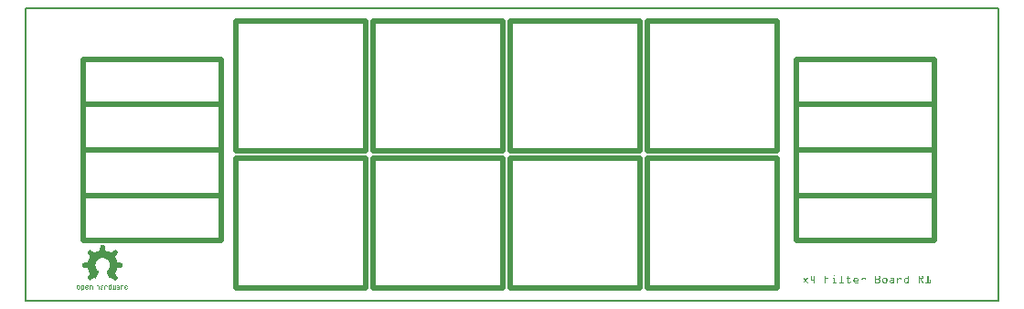
<source format=gto>
G04 MADE WITH FRITZING*
G04 WWW.FRITZING.ORG*
G04 DOUBLE SIDED*
G04 HOLES PLATED*
G04 CONTOUR ON CENTER OF CONTOUR VECTOR*
%ASAXBY*%
%FSLAX23Y23*%
%MOIN*%
%OFA0B0*%
%SFA1.0B1.0*%
%ADD10R,3.555070X1.074970X3.539070X1.058970*%
%ADD11C,0.008000*%
%ADD12C,0.019685*%
%ADD13R,0.001000X0.001000*%
%LNSILK1*%
G90*
G70*
G54D11*
X4Y1071D02*
X3551Y1071D01*
X3551Y4D01*
X4Y4D01*
X4Y1071D01*
D02*
G54D12*
X213Y884D02*
X717Y884D01*
D02*
X717Y884D02*
X717Y719D01*
D02*
X717Y719D02*
X213Y719D01*
D02*
X213Y719D02*
X213Y884D01*
D02*
X213Y719D02*
X717Y719D01*
D02*
X717Y719D02*
X717Y553D01*
D02*
X717Y553D02*
X213Y553D01*
D02*
X213Y553D02*
X213Y719D01*
D02*
X213Y553D02*
X717Y553D01*
D02*
X717Y553D02*
X717Y388D01*
D02*
X717Y388D02*
X213Y388D01*
D02*
X213Y388D02*
X213Y553D01*
D02*
X213Y388D02*
X717Y388D01*
D02*
X717Y388D02*
X717Y223D01*
D02*
X717Y223D02*
X213Y223D01*
D02*
X213Y223D02*
X213Y388D01*
D02*
X2813Y884D02*
X3317Y884D01*
D02*
X3317Y884D02*
X3317Y719D01*
D02*
X3317Y719D02*
X2813Y719D01*
D02*
X2813Y719D02*
X2813Y884D01*
D02*
X2813Y719D02*
X3317Y719D01*
D02*
X3317Y719D02*
X3317Y553D01*
D02*
X3317Y553D02*
X2813Y553D01*
D02*
X2813Y553D02*
X2813Y719D01*
D02*
X2813Y553D02*
X3317Y553D01*
D02*
X3317Y553D02*
X3317Y388D01*
D02*
X3317Y388D02*
X2813Y388D01*
D02*
X2813Y388D02*
X2813Y553D01*
D02*
X2813Y388D02*
X3317Y388D01*
D02*
X3317Y388D02*
X3317Y223D01*
D02*
X3317Y223D02*
X2813Y223D01*
D02*
X2813Y223D02*
X2813Y388D01*
D02*
X2245Y550D02*
X1772Y550D01*
D02*
X1772Y550D02*
X1772Y1022D01*
D02*
X1772Y1022D02*
X2245Y1022D01*
D02*
X2245Y1022D02*
X2245Y550D01*
D02*
X1745Y50D02*
X1272Y50D01*
D02*
X1272Y50D02*
X1272Y522D01*
D02*
X1272Y522D02*
X1745Y522D01*
D02*
X1745Y522D02*
X1745Y50D01*
D02*
X2245Y50D02*
X1772Y50D01*
D02*
X1772Y50D02*
X1772Y522D01*
D02*
X1772Y522D02*
X2245Y522D01*
D02*
X2245Y522D02*
X2245Y50D01*
D02*
X1245Y550D02*
X772Y550D01*
D02*
X772Y550D02*
X772Y1022D01*
D02*
X772Y1022D02*
X1245Y1022D01*
D02*
X1245Y1022D02*
X1245Y550D01*
D02*
X1245Y50D02*
X772Y50D01*
D02*
X772Y50D02*
X772Y522D01*
D02*
X772Y522D02*
X1245Y522D01*
D02*
X1245Y522D02*
X1245Y50D01*
D02*
X1745Y550D02*
X1272Y550D01*
D02*
X1272Y550D02*
X1272Y1022D01*
D02*
X1272Y1022D02*
X1745Y1022D01*
D02*
X1745Y1022D02*
X1745Y550D01*
D02*
X2745Y550D02*
X2272Y550D01*
D02*
X2272Y550D02*
X2272Y1022D01*
D02*
X2272Y1022D02*
X2745Y1022D01*
D02*
X2745Y1022D02*
X2745Y550D01*
D02*
X2745Y50D02*
X2272Y50D01*
D02*
X2272Y50D02*
X2272Y522D01*
D02*
X2272Y522D02*
X2745Y522D01*
D02*
X2745Y522D02*
X2745Y50D01*
G54D13*
X279Y206D02*
X291Y206D01*
X278Y205D02*
X292Y205D01*
X278Y204D02*
X292Y204D01*
X278Y203D02*
X292Y203D01*
X278Y202D02*
X292Y202D01*
X277Y201D02*
X293Y201D01*
X277Y200D02*
X293Y200D01*
X277Y199D02*
X293Y199D01*
X277Y198D02*
X293Y198D01*
X277Y197D02*
X293Y197D01*
X277Y196D02*
X294Y196D01*
X276Y195D02*
X294Y195D01*
X276Y194D02*
X294Y194D01*
X276Y193D02*
X294Y193D01*
X276Y192D02*
X294Y192D01*
X276Y191D02*
X294Y191D01*
X275Y190D02*
X295Y190D01*
X238Y189D02*
X239Y189D01*
X275Y189D02*
X295Y189D01*
X331Y189D02*
X332Y189D01*
X237Y188D02*
X240Y188D01*
X275Y188D02*
X295Y188D01*
X330Y188D02*
X333Y188D01*
X236Y187D02*
X242Y187D01*
X275Y187D02*
X295Y187D01*
X329Y187D02*
X334Y187D01*
X235Y186D02*
X243Y186D01*
X275Y186D02*
X295Y186D01*
X327Y186D02*
X335Y186D01*
X234Y185D02*
X244Y185D01*
X273Y185D02*
X297Y185D01*
X326Y185D02*
X336Y185D01*
X233Y184D02*
X246Y184D01*
X269Y184D02*
X301Y184D01*
X324Y184D02*
X337Y184D01*
X232Y183D02*
X247Y183D01*
X266Y183D02*
X304Y183D01*
X323Y183D02*
X338Y183D01*
X231Y182D02*
X249Y182D01*
X264Y182D02*
X306Y182D01*
X321Y182D02*
X339Y182D01*
X230Y181D02*
X250Y181D01*
X262Y181D02*
X309Y181D01*
X320Y181D02*
X340Y181D01*
X229Y180D02*
X252Y180D01*
X260Y180D02*
X310Y180D01*
X318Y180D02*
X341Y180D01*
X229Y179D02*
X253Y179D01*
X258Y179D02*
X312Y179D01*
X317Y179D02*
X341Y179D01*
X230Y178D02*
X340Y178D01*
X230Y177D02*
X340Y177D01*
X231Y176D02*
X339Y176D01*
X232Y175D02*
X338Y175D01*
X232Y174D02*
X338Y174D01*
X233Y173D02*
X337Y173D01*
X234Y172D02*
X336Y172D01*
X235Y171D02*
X336Y171D01*
X235Y170D02*
X335Y170D01*
X236Y169D02*
X334Y169D01*
X237Y168D02*
X334Y168D01*
X237Y167D02*
X333Y167D01*
X238Y166D02*
X332Y166D01*
X239Y165D02*
X331Y165D01*
X239Y164D02*
X331Y164D01*
X240Y163D02*
X330Y163D01*
X240Y162D02*
X330Y162D01*
X239Y161D02*
X331Y161D01*
X239Y160D02*
X331Y160D01*
X238Y159D02*
X332Y159D01*
X237Y158D02*
X278Y158D01*
X292Y158D02*
X333Y158D01*
X237Y157D02*
X275Y157D01*
X295Y157D02*
X333Y157D01*
X236Y156D02*
X273Y156D01*
X297Y156D02*
X334Y156D01*
X236Y155D02*
X271Y155D01*
X299Y155D02*
X334Y155D01*
X236Y154D02*
X269Y154D01*
X301Y154D02*
X335Y154D01*
X235Y153D02*
X268Y153D01*
X302Y153D02*
X335Y153D01*
X235Y152D02*
X267Y152D01*
X303Y152D02*
X335Y152D01*
X234Y151D02*
X266Y151D01*
X304Y151D02*
X336Y151D01*
X234Y150D02*
X265Y150D01*
X305Y150D02*
X336Y150D01*
X234Y149D02*
X264Y149D01*
X306Y149D02*
X336Y149D01*
X233Y148D02*
X263Y148D01*
X307Y148D02*
X337Y148D01*
X233Y147D02*
X263Y147D01*
X307Y147D02*
X337Y147D01*
X233Y146D02*
X262Y146D01*
X308Y146D02*
X337Y146D01*
X232Y145D02*
X262Y145D01*
X308Y145D02*
X338Y145D01*
X232Y144D02*
X261Y144D01*
X309Y144D02*
X338Y144D01*
X229Y143D02*
X261Y143D01*
X310Y143D02*
X341Y143D01*
X223Y142D02*
X260Y142D01*
X310Y142D02*
X347Y142D01*
X218Y141D02*
X260Y141D01*
X310Y141D02*
X352Y141D01*
X213Y140D02*
X259Y140D01*
X311Y140D02*
X357Y140D01*
X212Y139D02*
X259Y139D01*
X311Y139D02*
X358Y139D01*
X212Y138D02*
X259Y138D01*
X311Y138D02*
X358Y138D01*
X212Y137D02*
X259Y137D01*
X311Y137D02*
X358Y137D01*
X212Y136D02*
X259Y136D01*
X311Y136D02*
X358Y136D01*
X212Y135D02*
X258Y135D01*
X312Y135D02*
X358Y135D01*
X212Y134D02*
X258Y134D01*
X312Y134D02*
X358Y134D01*
X212Y133D02*
X258Y133D01*
X312Y133D02*
X358Y133D01*
X212Y132D02*
X258Y132D01*
X312Y132D02*
X358Y132D01*
X212Y131D02*
X258Y131D01*
X312Y131D02*
X358Y131D01*
X212Y130D02*
X259Y130D01*
X312Y130D02*
X358Y130D01*
X212Y129D02*
X259Y129D01*
X311Y129D02*
X358Y129D01*
X212Y128D02*
X259Y128D01*
X311Y128D02*
X358Y128D01*
X212Y127D02*
X259Y127D01*
X311Y127D02*
X358Y127D01*
X212Y126D02*
X259Y126D01*
X311Y126D02*
X358Y126D01*
X216Y125D02*
X260Y125D01*
X311Y125D02*
X354Y125D01*
X221Y124D02*
X260Y124D01*
X310Y124D02*
X349Y124D01*
X227Y123D02*
X260Y123D01*
X310Y123D02*
X343Y123D01*
X231Y122D02*
X261Y122D01*
X309Y122D02*
X339Y122D01*
X232Y121D02*
X261Y121D01*
X309Y121D02*
X338Y121D01*
X232Y120D02*
X262Y120D01*
X308Y120D02*
X338Y120D01*
X232Y119D02*
X262Y119D01*
X308Y119D02*
X338Y119D01*
X233Y118D02*
X263Y118D01*
X307Y118D02*
X337Y118D01*
X233Y117D02*
X264Y117D01*
X306Y117D02*
X337Y117D01*
X233Y116D02*
X264Y116D01*
X306Y116D02*
X337Y116D01*
X234Y115D02*
X265Y115D01*
X305Y115D02*
X337Y115D01*
X234Y114D02*
X266Y114D01*
X304Y114D02*
X336Y114D01*
X234Y113D02*
X267Y113D01*
X303Y113D02*
X336Y113D01*
X235Y112D02*
X269Y112D01*
X302Y112D02*
X335Y112D01*
X235Y111D02*
X270Y111D01*
X300Y111D02*
X335Y111D01*
X235Y110D02*
X271Y110D01*
X299Y110D02*
X335Y110D01*
X236Y109D02*
X270Y109D01*
X300Y109D02*
X334Y109D01*
X236Y108D02*
X270Y108D01*
X300Y108D02*
X334Y108D01*
X237Y107D02*
X270Y107D01*
X301Y107D02*
X333Y107D01*
X237Y106D02*
X269Y106D01*
X301Y106D02*
X333Y106D01*
X238Y105D02*
X269Y105D01*
X301Y105D02*
X332Y105D01*
X239Y104D02*
X268Y104D01*
X302Y104D02*
X332Y104D01*
X239Y103D02*
X268Y103D01*
X302Y103D02*
X331Y103D01*
X240Y102D02*
X267Y102D01*
X303Y102D02*
X331Y102D01*
X239Y101D02*
X267Y101D01*
X303Y101D02*
X331Y101D01*
X238Y100D02*
X267Y100D01*
X303Y100D02*
X332Y100D01*
X238Y99D02*
X266Y99D01*
X304Y99D02*
X333Y99D01*
X237Y98D02*
X266Y98D01*
X304Y98D02*
X333Y98D01*
X236Y97D02*
X265Y97D01*
X305Y97D02*
X334Y97D01*
X235Y96D02*
X265Y96D01*
X305Y96D02*
X335Y96D01*
X2951Y96D02*
X2954Y96D01*
X235Y95D02*
X265Y95D01*
X306Y95D02*
X335Y95D01*
X2950Y95D02*
X2954Y95D01*
X234Y94D02*
X264Y94D01*
X306Y94D02*
X336Y94D01*
X2867Y94D02*
X2869Y94D01*
X2918Y94D02*
X2935Y94D01*
X2950Y94D02*
X2955Y94D01*
X2973Y94D02*
X2981Y94D01*
X3102Y94D02*
X3116Y94D01*
X3222Y94D02*
X3224Y94D01*
X3260Y94D02*
X3274Y94D01*
X3287Y94D02*
X3296Y94D01*
X233Y93D02*
X264Y93D01*
X306Y93D02*
X337Y93D01*
X2867Y93D02*
X2869Y93D01*
X2918Y93D02*
X2935Y93D01*
X2950Y93D02*
X2955Y93D01*
X2973Y93D02*
X2981Y93D01*
X3002Y93D02*
X3003Y93D01*
X3102Y93D02*
X3117Y93D01*
X3222Y93D02*
X3225Y93D01*
X3260Y93D02*
X3276Y93D01*
X3286Y93D02*
X3296Y93D01*
X233Y92D02*
X263Y92D01*
X307Y92D02*
X337Y92D01*
X2867Y92D02*
X2869Y92D01*
X2918Y92D02*
X2935Y92D01*
X2951Y92D02*
X2954Y92D01*
X2973Y92D02*
X2981Y92D01*
X3001Y92D02*
X3003Y92D01*
X3102Y92D02*
X3118Y92D01*
X3222Y92D02*
X3225Y92D01*
X3260Y92D02*
X3276Y92D01*
X3287Y92D02*
X3296Y92D01*
X232Y91D02*
X263Y91D01*
X307Y91D02*
X338Y91D01*
X2867Y91D02*
X2869Y91D01*
X2878Y91D02*
X2880Y91D01*
X2918Y91D02*
X2921Y91D01*
X2978Y91D02*
X2981Y91D01*
X3001Y91D02*
X3004Y91D01*
X3102Y91D02*
X3105Y91D01*
X3114Y91D02*
X3119Y91D01*
X3222Y91D02*
X3225Y91D01*
X3260Y91D02*
X3263Y91D01*
X3273Y91D02*
X3277Y91D01*
X3293Y91D02*
X3296Y91D01*
X231Y90D02*
X262Y90D01*
X308Y90D02*
X339Y90D01*
X2867Y90D02*
X2869Y90D01*
X2878Y90D02*
X2880Y90D01*
X2918Y90D02*
X2921Y90D01*
X2978Y90D02*
X2981Y90D01*
X3001Y90D02*
X3004Y90D01*
X3102Y90D02*
X3105Y90D01*
X3116Y90D02*
X3119Y90D01*
X3222Y90D02*
X3225Y90D01*
X3260Y90D02*
X3263Y90D01*
X3274Y90D02*
X3277Y90D01*
X3293Y90D02*
X3296Y90D01*
X231Y89D02*
X262Y89D01*
X308Y89D02*
X339Y89D01*
X2867Y89D02*
X2869Y89D01*
X2878Y89D02*
X2880Y89D01*
X2918Y89D02*
X2921Y89D01*
X2978Y89D02*
X2981Y89D01*
X3001Y89D02*
X3004Y89D01*
X3102Y89D02*
X3105Y89D01*
X3116Y89D02*
X3119Y89D01*
X3222Y89D02*
X3225Y89D01*
X3260Y89D02*
X3263Y89D01*
X3274Y89D02*
X3277Y89D01*
X3293Y89D02*
X3296Y89D01*
X230Y88D02*
X262Y88D01*
X308Y88D02*
X340Y88D01*
X2867Y88D02*
X2869Y88D01*
X2878Y88D02*
X2880Y88D01*
X2918Y88D02*
X2921Y88D01*
X2978Y88D02*
X2981Y88D01*
X3001Y88D02*
X3004Y88D01*
X3102Y88D02*
X3105Y88D01*
X3117Y88D02*
X3119Y88D01*
X3222Y88D02*
X3225Y88D01*
X3260Y88D02*
X3263Y88D01*
X3274Y88D02*
X3277Y88D01*
X3293Y88D02*
X3296Y88D01*
X229Y87D02*
X261Y87D01*
X309Y87D02*
X341Y87D01*
X2841Y87D02*
X2842Y87D01*
X2855Y87D02*
X2855Y87D01*
X2867Y87D02*
X2869Y87D01*
X2878Y87D02*
X2880Y87D01*
X2918Y87D02*
X2921Y87D01*
X2948Y87D02*
X2953Y87D01*
X2978Y87D02*
X2981Y87D01*
X2998Y87D02*
X3011Y87D01*
X3029Y87D02*
X3035Y87D01*
X3051Y87D02*
X3051Y87D01*
X3058Y87D02*
X3063Y87D01*
X3102Y87D02*
X3105Y87D01*
X3117Y87D02*
X3119Y87D01*
X3134Y87D02*
X3140Y87D01*
X3160Y87D02*
X3167Y87D01*
X3182Y87D02*
X3183Y87D01*
X3189Y87D02*
X3194Y87D01*
X3213Y87D02*
X3217Y87D01*
X3222Y87D02*
X3225Y87D01*
X3260Y87D02*
X3263Y87D01*
X3274Y87D02*
X3277Y87D01*
X3293Y87D02*
X3296Y87D01*
X229Y86D02*
X252Y86D01*
X256Y86D02*
X261Y86D01*
X309Y86D02*
X314Y86D01*
X318Y86D02*
X341Y86D01*
X2840Y86D02*
X2843Y86D01*
X2854Y86D02*
X2856Y86D01*
X2867Y86D02*
X2869Y86D01*
X2878Y86D02*
X2880Y86D01*
X2918Y86D02*
X2921Y86D01*
X2947Y86D02*
X2954Y86D01*
X2978Y86D02*
X2981Y86D01*
X2997Y86D02*
X3012Y86D01*
X3027Y86D02*
X3037Y86D01*
X3050Y86D02*
X3052Y86D01*
X3057Y86D02*
X3065Y86D01*
X3102Y86D02*
X3105Y86D01*
X3117Y86D02*
X3119Y86D01*
X3132Y86D02*
X3142Y86D01*
X3159Y86D02*
X3169Y86D01*
X3181Y86D02*
X3184Y86D01*
X3188Y86D02*
X3196Y86D01*
X3211Y86D02*
X3219Y86D01*
X3222Y86D02*
X3225Y86D01*
X3260Y86D02*
X3263Y86D01*
X3273Y86D02*
X3277Y86D01*
X3293Y86D02*
X3296Y86D01*
X230Y85D02*
X251Y85D01*
X258Y85D02*
X260Y85D01*
X310Y85D02*
X312Y85D01*
X319Y85D02*
X341Y85D01*
X2840Y85D02*
X2843Y85D01*
X2853Y85D02*
X2856Y85D01*
X2867Y85D02*
X2869Y85D01*
X2878Y85D02*
X2880Y85D01*
X2918Y85D02*
X2931Y85D01*
X2947Y85D02*
X2955Y85D01*
X2978Y85D02*
X2981Y85D01*
X2997Y85D02*
X3012Y85D01*
X3026Y85D02*
X3038Y85D01*
X3050Y85D02*
X3052Y85D01*
X3056Y85D02*
X3066Y85D01*
X3102Y85D02*
X3105Y85D01*
X3116Y85D02*
X3119Y85D01*
X3131Y85D02*
X3144Y85D01*
X3159Y85D02*
X3170Y85D01*
X3181Y85D02*
X3184Y85D01*
X3187Y85D02*
X3197Y85D01*
X3210Y85D02*
X3225Y85D01*
X3260Y85D02*
X3276Y85D01*
X3293Y85D02*
X3296Y85D01*
X231Y84D02*
X249Y84D01*
X259Y84D02*
X260Y84D01*
X310Y84D02*
X311Y84D01*
X321Y84D02*
X340Y84D01*
X2841Y84D02*
X2844Y84D01*
X2852Y84D02*
X2856Y84D01*
X2867Y84D02*
X2869Y84D01*
X2878Y84D02*
X2880Y84D01*
X2918Y84D02*
X2932Y84D01*
X2947Y84D02*
X2955Y84D01*
X2978Y84D02*
X2981Y84D01*
X2998Y84D02*
X3012Y84D01*
X3025Y84D02*
X3039Y84D01*
X3050Y84D02*
X3052Y84D01*
X3054Y84D02*
X3066Y84D01*
X3102Y84D02*
X3105Y84D01*
X3116Y84D02*
X3119Y84D01*
X3130Y84D02*
X3144Y84D01*
X3159Y84D02*
X3171Y84D01*
X3181Y84D02*
X3184Y84D01*
X3186Y84D02*
X3198Y84D01*
X3209Y84D02*
X3225Y84D01*
X3260Y84D02*
X3276Y84D01*
X3293Y84D02*
X3296Y84D01*
X232Y83D02*
X248Y83D01*
X322Y83D02*
X339Y83D01*
X2841Y83D02*
X2845Y83D01*
X2851Y83D02*
X2855Y83D01*
X2867Y83D02*
X2869Y83D01*
X2878Y83D02*
X2880Y83D01*
X2918Y83D02*
X2932Y83D01*
X2952Y83D02*
X2955Y83D01*
X2978Y83D02*
X2981Y83D01*
X3001Y83D02*
X3004Y83D01*
X3024Y83D02*
X3028Y83D01*
X3036Y83D02*
X3040Y83D01*
X3050Y83D02*
X3058Y83D01*
X3064Y83D02*
X3067Y83D01*
X3102Y83D02*
X3105Y83D01*
X3115Y83D02*
X3119Y83D01*
X3129Y83D02*
X3133Y83D01*
X3141Y83D02*
X3145Y83D01*
X3168Y83D02*
X3171Y83D01*
X3181Y83D02*
X3189Y83D01*
X3195Y83D02*
X3198Y83D01*
X3208Y83D02*
X3212Y83D01*
X3218Y83D02*
X3225Y83D01*
X3260Y83D02*
X3274Y83D01*
X3293Y83D02*
X3296Y83D01*
X233Y82D02*
X247Y82D01*
X324Y82D02*
X338Y82D01*
X2842Y82D02*
X2846Y82D01*
X2850Y82D02*
X2854Y82D01*
X2867Y82D02*
X2869Y82D01*
X2878Y82D02*
X2880Y82D01*
X2918Y82D02*
X2930Y82D01*
X2952Y82D02*
X2955Y82D01*
X2978Y82D02*
X2981Y82D01*
X3001Y82D02*
X3004Y82D01*
X3024Y82D02*
X3027Y82D01*
X3037Y82D02*
X3040Y82D01*
X3050Y82D02*
X3057Y82D01*
X3064Y82D02*
X3067Y82D01*
X3102Y82D02*
X3118Y82D01*
X3129Y82D02*
X3132Y82D01*
X3142Y82D02*
X3146Y82D01*
X3169Y82D02*
X3171Y82D01*
X3181Y82D02*
X3188Y82D01*
X3196Y82D02*
X3198Y82D01*
X3208Y82D02*
X3211Y82D01*
X3219Y82D02*
X3225Y82D01*
X3260Y82D02*
X3271Y82D01*
X3293Y82D02*
X3296Y82D01*
X234Y81D02*
X245Y81D01*
X325Y81D02*
X337Y81D01*
X2843Y81D02*
X2847Y81D01*
X2849Y81D02*
X2853Y81D01*
X2867Y81D02*
X2869Y81D01*
X2878Y81D02*
X2880Y81D01*
X2918Y81D02*
X2921Y81D01*
X2952Y81D02*
X2955Y81D01*
X2978Y81D02*
X2981Y81D01*
X3001Y81D02*
X3004Y81D01*
X3024Y81D02*
X3026Y81D01*
X3038Y81D02*
X3041Y81D01*
X3050Y81D02*
X3056Y81D01*
X3064Y81D02*
X3067Y81D01*
X3102Y81D02*
X3117Y81D01*
X3129Y81D02*
X3131Y81D01*
X3143Y81D02*
X3146Y81D01*
X3169Y81D02*
X3172Y81D01*
X3181Y81D02*
X3187Y81D01*
X3196Y81D02*
X3198Y81D01*
X3207Y81D02*
X3210Y81D01*
X3221Y81D02*
X3225Y81D01*
X3260Y81D02*
X3263Y81D01*
X3267Y81D02*
X3270Y81D01*
X3293Y81D02*
X3296Y81D01*
X235Y80D02*
X244Y80D01*
X326Y80D02*
X336Y80D01*
X2844Y80D02*
X2852Y80D01*
X2867Y80D02*
X2869Y80D01*
X2878Y80D02*
X2880Y80D01*
X2918Y80D02*
X2921Y80D01*
X2952Y80D02*
X2955Y80D01*
X2978Y80D02*
X2981Y80D01*
X3001Y80D02*
X3004Y80D01*
X3023Y80D02*
X3026Y80D01*
X3038Y80D02*
X3041Y80D01*
X3050Y80D02*
X3054Y80D01*
X3064Y80D02*
X3067Y80D01*
X3102Y80D02*
X3118Y80D01*
X3129Y80D02*
X3131Y80D01*
X3143Y80D02*
X3146Y80D01*
X3169Y80D02*
X3172Y80D01*
X3181Y80D02*
X3186Y80D01*
X3196Y80D02*
X3198Y80D01*
X3207Y80D02*
X3210Y80D01*
X3221Y80D02*
X3225Y80D01*
X3260Y80D02*
X3263Y80D01*
X3267Y80D02*
X3271Y80D01*
X3293Y80D02*
X3296Y80D01*
X236Y79D02*
X242Y79D01*
X328Y79D02*
X335Y79D01*
X2845Y79D02*
X2852Y79D01*
X2867Y79D02*
X2881Y79D01*
X2918Y79D02*
X2921Y79D01*
X2952Y79D02*
X2955Y79D01*
X2978Y79D02*
X2981Y79D01*
X3001Y79D02*
X3004Y79D01*
X3023Y79D02*
X3026Y79D01*
X3038Y79D02*
X3041Y79D01*
X3050Y79D02*
X3053Y79D01*
X3102Y79D02*
X3118Y79D01*
X3129Y79D02*
X3131Y79D01*
X3143Y79D02*
X3146Y79D01*
X3158Y79D02*
X3172Y79D01*
X3181Y79D02*
X3185Y79D01*
X3197Y79D02*
X3197Y79D01*
X3207Y79D02*
X3210Y79D01*
X3222Y79D02*
X3225Y79D01*
X3260Y79D02*
X3263Y79D01*
X3268Y79D02*
X3271Y79D01*
X3293Y79D02*
X3296Y79D01*
X3301Y79D02*
X3303Y79D01*
X237Y78D02*
X241Y78D01*
X329Y78D02*
X334Y78D01*
X2846Y78D02*
X2851Y78D01*
X2867Y78D02*
X2882Y78D01*
X2918Y78D02*
X2921Y78D01*
X2952Y78D02*
X2955Y78D01*
X2978Y78D02*
X2981Y78D01*
X3001Y78D02*
X3004Y78D01*
X3023Y78D02*
X3027Y78D01*
X3038Y78D02*
X3041Y78D01*
X3050Y78D02*
X3052Y78D01*
X3102Y78D02*
X3105Y78D01*
X3115Y78D02*
X3119Y78D01*
X3129Y78D02*
X3131Y78D01*
X3143Y78D02*
X3146Y78D01*
X3157Y78D02*
X3172Y78D01*
X3181Y78D02*
X3184Y78D01*
X3207Y78D02*
X3210Y78D01*
X3222Y78D02*
X3225Y78D01*
X3260Y78D02*
X3263Y78D01*
X3268Y78D02*
X3272Y78D01*
X3293Y78D02*
X3296Y78D01*
X3301Y78D02*
X3303Y78D01*
X238Y77D02*
X239Y77D01*
X331Y77D02*
X333Y77D01*
X2846Y77D02*
X2850Y77D01*
X2867Y77D02*
X2882Y77D01*
X2918Y77D02*
X2921Y77D01*
X2952Y77D02*
X2955Y77D01*
X2978Y77D02*
X2981Y77D01*
X3001Y77D02*
X3004Y77D01*
X3023Y77D02*
X3041Y77D01*
X3050Y77D02*
X3052Y77D01*
X3102Y77D02*
X3105Y77D01*
X3116Y77D02*
X3119Y77D01*
X3129Y77D02*
X3131Y77D01*
X3143Y77D02*
X3146Y77D01*
X3156Y77D02*
X3172Y77D01*
X3181Y77D02*
X3184Y77D01*
X3207Y77D02*
X3210Y77D01*
X3222Y77D02*
X3225Y77D01*
X3260Y77D02*
X3263Y77D01*
X3269Y77D02*
X3272Y77D01*
X3293Y77D02*
X3296Y77D01*
X3301Y77D02*
X3303Y77D01*
X2845Y76D02*
X2851Y76D01*
X2867Y76D02*
X2881Y76D01*
X2918Y76D02*
X2921Y76D01*
X2952Y76D02*
X2955Y76D01*
X2978Y76D02*
X2981Y76D01*
X3001Y76D02*
X3004Y76D01*
X3023Y76D02*
X3041Y76D01*
X3050Y76D02*
X3052Y76D01*
X3102Y76D02*
X3105Y76D01*
X3117Y76D02*
X3119Y76D01*
X3129Y76D02*
X3131Y76D01*
X3143Y76D02*
X3146Y76D01*
X3155Y76D02*
X3172Y76D01*
X3181Y76D02*
X3184Y76D01*
X3207Y76D02*
X3210Y76D01*
X3222Y76D02*
X3225Y76D01*
X3260Y76D02*
X3263Y76D01*
X3270Y76D02*
X3273Y76D01*
X3293Y76D02*
X3296Y76D01*
X3301Y76D02*
X3303Y76D01*
X2844Y75D02*
X2852Y75D01*
X2878Y75D02*
X2880Y75D01*
X2918Y75D02*
X2921Y75D01*
X2952Y75D02*
X2955Y75D01*
X2978Y75D02*
X2981Y75D01*
X3001Y75D02*
X3004Y75D01*
X3023Y75D02*
X3040Y75D01*
X3050Y75D02*
X3052Y75D01*
X3102Y75D02*
X3105Y75D01*
X3117Y75D02*
X3119Y75D01*
X3129Y75D02*
X3131Y75D01*
X3143Y75D02*
X3146Y75D01*
X3155Y75D02*
X3158Y75D01*
X3169Y75D02*
X3172Y75D01*
X3181Y75D02*
X3184Y75D01*
X3207Y75D02*
X3210Y75D01*
X3222Y75D02*
X3225Y75D01*
X3260Y75D02*
X3263Y75D01*
X3270Y75D02*
X3274Y75D01*
X3293Y75D02*
X3296Y75D01*
X3301Y75D02*
X3303Y75D01*
X2844Y74D02*
X2853Y74D01*
X2878Y74D02*
X2880Y74D01*
X2918Y74D02*
X2921Y74D01*
X2952Y74D02*
X2955Y74D01*
X2978Y74D02*
X2981Y74D01*
X3001Y74D02*
X3004Y74D01*
X3023Y74D02*
X3026Y74D01*
X3050Y74D02*
X3052Y74D01*
X3102Y74D02*
X3105Y74D01*
X3117Y74D02*
X3119Y74D01*
X3129Y74D02*
X3131Y74D01*
X3143Y74D02*
X3146Y74D01*
X3155Y74D02*
X3158Y74D01*
X3169Y74D02*
X3172Y74D01*
X3181Y74D02*
X3184Y74D01*
X3207Y74D02*
X3210Y74D01*
X3222Y74D02*
X3225Y74D01*
X3260Y74D02*
X3263Y74D01*
X3271Y74D02*
X3274Y74D01*
X3293Y74D02*
X3296Y74D01*
X3301Y74D02*
X3303Y74D01*
X2843Y73D02*
X2847Y73D01*
X2850Y73D02*
X2853Y73D01*
X2878Y73D02*
X2880Y73D01*
X2918Y73D02*
X2921Y73D01*
X2952Y73D02*
X2955Y73D01*
X2978Y73D02*
X2981Y73D01*
X3001Y73D02*
X3004Y73D01*
X3013Y73D02*
X3013Y73D01*
X3024Y73D02*
X3026Y73D01*
X3050Y73D02*
X3052Y73D01*
X3102Y73D02*
X3105Y73D01*
X3117Y73D02*
X3119Y73D01*
X3129Y73D02*
X3131Y73D01*
X3143Y73D02*
X3146Y73D01*
X3155Y73D02*
X3158Y73D01*
X3169Y73D02*
X3172Y73D01*
X3181Y73D02*
X3184Y73D01*
X3207Y73D02*
X3210Y73D01*
X3221Y73D02*
X3225Y73D01*
X3260Y73D02*
X3263Y73D01*
X3271Y73D02*
X3275Y73D01*
X3293Y73D02*
X3296Y73D01*
X3301Y73D02*
X3303Y73D01*
X2842Y72D02*
X2846Y72D01*
X2850Y72D02*
X2854Y72D01*
X2878Y72D02*
X2880Y72D01*
X2918Y72D02*
X2921Y72D01*
X2952Y72D02*
X2955Y72D01*
X2978Y72D02*
X2981Y72D01*
X3001Y72D02*
X3004Y72D01*
X3012Y72D02*
X3014Y72D01*
X3024Y72D02*
X3027Y72D01*
X3050Y72D02*
X3052Y72D01*
X3102Y72D02*
X3105Y72D01*
X3116Y72D02*
X3119Y72D01*
X3129Y72D02*
X3132Y72D01*
X3143Y72D02*
X3146Y72D01*
X3155Y72D02*
X3158Y72D01*
X3168Y72D02*
X3172Y72D01*
X3181Y72D02*
X3184Y72D01*
X3208Y72D02*
X3211Y72D01*
X3220Y72D02*
X3225Y72D01*
X3260Y72D02*
X3263Y72D01*
X3272Y72D02*
X3275Y72D01*
X3293Y72D02*
X3296Y72D01*
X3301Y72D02*
X3303Y72D01*
X2841Y71D02*
X2845Y71D01*
X2851Y71D02*
X2855Y71D01*
X2878Y71D02*
X2880Y71D01*
X2918Y71D02*
X2921Y71D01*
X2952Y71D02*
X2955Y71D01*
X2978Y71D02*
X2981Y71D01*
X3001Y71D02*
X3004Y71D01*
X3011Y71D02*
X3014Y71D01*
X3024Y71D02*
X3028Y71D01*
X3050Y71D02*
X3052Y71D01*
X3102Y71D02*
X3105Y71D01*
X3115Y71D02*
X3119Y71D01*
X3129Y71D02*
X3133Y71D01*
X3141Y71D02*
X3145Y71D01*
X3155Y71D02*
X3158Y71D01*
X3166Y71D02*
X3172Y71D01*
X3181Y71D02*
X3184Y71D01*
X3208Y71D02*
X3212Y71D01*
X3218Y71D02*
X3225Y71D01*
X3260Y71D02*
X3263Y71D01*
X3273Y71D02*
X3276Y71D01*
X3293Y71D02*
X3296Y71D01*
X3301Y71D02*
X3303Y71D01*
X2840Y70D02*
X2844Y70D01*
X2852Y70D02*
X2856Y70D01*
X2878Y70D02*
X2880Y70D01*
X2918Y70D02*
X2921Y70D01*
X2947Y70D02*
X2959Y70D01*
X2974Y70D02*
X2985Y70D01*
X3001Y70D02*
X3014Y70D01*
X3024Y70D02*
X3040Y70D01*
X3050Y70D02*
X3052Y70D01*
X3102Y70D02*
X3118Y70D01*
X3130Y70D02*
X3145Y70D01*
X3155Y70D02*
X3172Y70D01*
X3181Y70D02*
X3184Y70D01*
X3208Y70D02*
X3225Y70D01*
X3260Y70D02*
X3263Y70D01*
X3273Y70D02*
X3276Y70D01*
X3287Y70D02*
X3303Y70D01*
X2840Y69D02*
X2843Y69D01*
X2853Y69D02*
X2856Y69D01*
X2878Y69D02*
X2880Y69D01*
X2918Y69D02*
X2921Y69D01*
X2947Y69D02*
X2960Y69D01*
X2973Y69D02*
X2986Y69D01*
X3002Y69D02*
X3013Y69D01*
X3025Y69D02*
X3040Y69D01*
X3050Y69D02*
X3052Y69D01*
X3102Y69D02*
X3117Y69D01*
X3131Y69D02*
X3144Y69D01*
X3156Y69D02*
X3172Y69D01*
X3181Y69D02*
X3184Y69D01*
X3209Y69D02*
X3225Y69D01*
X3260Y69D02*
X3263Y69D01*
X3274Y69D02*
X3277Y69D01*
X3286Y69D02*
X3303Y69D01*
X2840Y68D02*
X2842Y68D01*
X2854Y68D02*
X2857Y68D01*
X2878Y68D02*
X2880Y68D01*
X2919Y68D02*
X2921Y68D01*
X2947Y68D02*
X2960Y68D01*
X2973Y68D02*
X2986Y68D01*
X3003Y68D02*
X3012Y68D01*
X3027Y68D02*
X3041Y68D01*
X3050Y68D02*
X3052Y68D01*
X3102Y68D02*
X3116Y68D01*
X3132Y68D02*
X3143Y68D01*
X3157Y68D02*
X3172Y68D01*
X3181Y68D02*
X3184Y68D01*
X3210Y68D02*
X3220Y68D01*
X3222Y68D02*
X3224Y68D01*
X3260Y68D02*
X3263Y68D01*
X3274Y68D02*
X3277Y68D01*
X3286Y68D02*
X3303Y68D01*
X2840Y67D02*
X2841Y67D01*
X2855Y67D02*
X2856Y67D01*
X2878Y67D02*
X2879Y67D01*
X2919Y67D02*
X2920Y67D01*
X2947Y67D02*
X2959Y67D01*
X2974Y67D02*
X2985Y67D01*
X3004Y67D02*
X3011Y67D01*
X3028Y67D02*
X3040Y67D01*
X3051Y67D02*
X3052Y67D01*
X3102Y67D02*
X3114Y67D01*
X3133Y67D02*
X3141Y67D01*
X3158Y67D02*
X3166Y67D01*
X3170Y67D02*
X3171Y67D01*
X3182Y67D02*
X3183Y67D01*
X3212Y67D02*
X3218Y67D01*
X3223Y67D02*
X3224Y67D01*
X3261Y67D02*
X3262Y67D01*
X3275Y67D02*
X3276Y67D01*
X3287Y67D02*
X3303Y67D01*
X265Y65D02*
X265Y65D01*
X264Y64D02*
X265Y64D01*
X316Y64D02*
X318Y64D01*
X264Y63D02*
X265Y63D01*
X316Y63D02*
X318Y63D01*
X264Y62D02*
X265Y62D01*
X316Y62D02*
X318Y62D01*
X264Y61D02*
X265Y61D01*
X316Y61D02*
X318Y61D01*
X196Y60D02*
X199Y60D01*
X211Y60D02*
X215Y60D01*
X226Y60D02*
X230Y60D01*
X242Y60D02*
X246Y60D01*
X264Y60D02*
X265Y60D01*
X316Y60D02*
X318Y60D01*
X194Y59D02*
X201Y59D01*
X209Y59D02*
X216Y59D01*
X225Y59D02*
X232Y59D01*
X240Y59D02*
X247Y59D01*
X264Y59D02*
X265Y59D01*
X267Y59D02*
X271Y59D01*
X281Y59D02*
X285Y59D01*
X296Y59D02*
X300Y59D01*
X311Y59D02*
X318Y59D01*
X322Y59D02*
X322Y59D01*
X327Y59D02*
X328Y59D01*
X333Y59D02*
X333Y59D01*
X340Y59D02*
X344Y59D01*
X354Y59D02*
X358Y59D01*
X369Y59D02*
X373Y59D01*
X193Y58D02*
X202Y58D01*
X209Y58D02*
X217Y58D01*
X224Y58D02*
X233Y58D01*
X239Y58D02*
X248Y58D01*
X264Y58D02*
X272Y58D01*
X280Y58D02*
X287Y58D01*
X295Y58D02*
X301Y58D01*
X309Y58D02*
X318Y58D01*
X321Y58D02*
X322Y58D01*
X326Y58D02*
X328Y58D01*
X332Y58D02*
X333Y58D01*
X339Y58D02*
X345Y58D01*
X353Y58D02*
X360Y58D01*
X368Y58D02*
X374Y58D01*
X193Y57D02*
X196Y57D01*
X199Y57D02*
X202Y57D01*
X208Y57D02*
X211Y57D01*
X214Y57D02*
X218Y57D01*
X223Y57D02*
X227Y57D01*
X230Y57D02*
X233Y57D01*
X239Y57D02*
X242Y57D01*
X245Y57D02*
X249Y57D01*
X264Y57D02*
X267Y57D01*
X270Y57D02*
X273Y57D01*
X279Y57D02*
X282Y57D01*
X285Y57D02*
X287Y57D01*
X294Y57D02*
X296Y57D01*
X300Y57D02*
X302Y57D01*
X308Y57D02*
X311Y57D01*
X314Y57D02*
X318Y57D01*
X321Y57D02*
X322Y57D01*
X326Y57D02*
X328Y57D01*
X332Y57D02*
X333Y57D01*
X338Y57D02*
X340Y57D01*
X343Y57D02*
X346Y57D01*
X352Y57D02*
X355Y57D01*
X358Y57D02*
X360Y57D01*
X367Y57D02*
X369Y57D01*
X373Y57D02*
X375Y57D01*
X192Y56D02*
X195Y56D01*
X200Y56D02*
X203Y56D01*
X208Y56D02*
X210Y56D01*
X216Y56D02*
X218Y56D01*
X223Y56D02*
X226Y56D01*
X231Y56D02*
X234Y56D01*
X238Y56D02*
X241Y56D01*
X246Y56D02*
X249Y56D01*
X264Y56D02*
X266Y56D01*
X272Y56D02*
X273Y56D01*
X279Y56D02*
X280Y56D01*
X286Y56D02*
X288Y56D01*
X293Y56D02*
X295Y56D01*
X301Y56D02*
X303Y56D01*
X308Y56D02*
X310Y56D01*
X316Y56D02*
X318Y56D01*
X321Y56D02*
X322Y56D01*
X326Y56D02*
X328Y56D01*
X332Y56D02*
X333Y56D01*
X337Y56D02*
X339Y56D01*
X345Y56D02*
X346Y56D01*
X352Y56D02*
X353Y56D01*
X359Y56D02*
X361Y56D01*
X366Y56D02*
X368Y56D01*
X374Y56D02*
X376Y56D01*
X192Y55D02*
X194Y55D01*
X201Y55D02*
X203Y55D01*
X207Y55D02*
X210Y55D01*
X216Y55D02*
X218Y55D01*
X223Y55D02*
X225Y55D01*
X231Y55D02*
X234Y55D01*
X238Y55D02*
X241Y55D01*
X247Y55D02*
X249Y55D01*
X264Y55D02*
X265Y55D01*
X272Y55D02*
X274Y55D01*
X279Y55D02*
X280Y55D01*
X287Y55D02*
X288Y55D01*
X293Y55D02*
X294Y55D01*
X301Y55D02*
X303Y55D01*
X308Y55D02*
X309Y55D01*
X316Y55D02*
X318Y55D01*
X321Y55D02*
X322Y55D01*
X326Y55D02*
X328Y55D01*
X332Y55D02*
X333Y55D01*
X337Y55D02*
X338Y55D01*
X345Y55D02*
X347Y55D01*
X352Y55D02*
X353Y55D01*
X360Y55D02*
X361Y55D01*
X366Y55D02*
X368Y55D01*
X374Y55D02*
X376Y55D01*
X192Y54D02*
X194Y54D01*
X201Y54D02*
X203Y54D01*
X207Y54D02*
X210Y54D01*
X216Y54D02*
X218Y54D01*
X223Y54D02*
X225Y54D01*
X229Y54D02*
X234Y54D01*
X238Y54D02*
X240Y54D01*
X247Y54D02*
X249Y54D01*
X264Y54D02*
X265Y54D01*
X272Y54D02*
X274Y54D01*
X278Y54D02*
X280Y54D01*
X287Y54D02*
X288Y54D01*
X293Y54D02*
X294Y54D01*
X302Y54D02*
X303Y54D01*
X308Y54D02*
X309Y54D01*
X316Y54D02*
X318Y54D01*
X321Y54D02*
X322Y54D01*
X326Y54D02*
X328Y54D01*
X332Y54D02*
X333Y54D01*
X337Y54D02*
X338Y54D01*
X345Y54D02*
X347Y54D01*
X351Y54D02*
X353Y54D01*
X360Y54D02*
X361Y54D01*
X366Y54D02*
X367Y54D01*
X374Y54D02*
X376Y54D01*
X192Y53D02*
X194Y53D01*
X201Y53D02*
X203Y53D01*
X207Y53D02*
X210Y53D01*
X216Y53D02*
X218Y53D01*
X223Y53D02*
X225Y53D01*
X227Y53D02*
X234Y53D01*
X238Y53D02*
X240Y53D01*
X247Y53D02*
X249Y53D01*
X264Y53D02*
X265Y53D01*
X272Y53D02*
X274Y53D01*
X285Y53D02*
X288Y53D01*
X293Y53D02*
X294Y53D01*
X308Y53D02*
X309Y53D01*
X316Y53D02*
X318Y53D01*
X321Y53D02*
X322Y53D01*
X326Y53D02*
X328Y53D01*
X332Y53D02*
X333Y53D01*
X343Y53D02*
X347Y53D01*
X351Y53D02*
X353Y53D01*
X366Y53D02*
X367Y53D01*
X372Y53D02*
X376Y53D01*
X192Y52D02*
X194Y52D01*
X201Y52D02*
X203Y52D01*
X207Y52D02*
X210Y52D01*
X216Y52D02*
X218Y52D01*
X223Y52D02*
X232Y52D01*
X238Y52D02*
X240Y52D01*
X247Y52D02*
X249Y52D01*
X264Y52D02*
X265Y52D01*
X272Y52D02*
X274Y52D01*
X282Y52D02*
X288Y52D01*
X293Y52D02*
X294Y52D01*
X308Y52D02*
X309Y52D01*
X316Y52D02*
X318Y52D01*
X321Y52D02*
X322Y52D01*
X326Y52D02*
X328Y52D01*
X332Y52D02*
X333Y52D01*
X341Y52D02*
X347Y52D01*
X351Y52D02*
X353Y52D01*
X366Y52D02*
X367Y52D01*
X370Y52D02*
X374Y52D01*
X192Y51D02*
X194Y51D01*
X201Y51D02*
X203Y51D01*
X207Y51D02*
X210Y51D01*
X216Y51D02*
X218Y51D01*
X223Y51D02*
X230Y51D01*
X238Y51D02*
X240Y51D01*
X247Y51D02*
X249Y51D01*
X264Y51D02*
X265Y51D01*
X272Y51D02*
X274Y51D01*
X280Y51D02*
X285Y51D01*
X287Y51D02*
X288Y51D01*
X293Y51D02*
X294Y51D01*
X308Y51D02*
X309Y51D01*
X316Y51D02*
X318Y51D01*
X321Y51D02*
X322Y51D01*
X326Y51D02*
X328Y51D01*
X332Y51D02*
X333Y51D01*
X339Y51D02*
X343Y51D01*
X345Y51D02*
X347Y51D01*
X351Y51D02*
X353Y51D01*
X366Y51D02*
X372Y51D01*
X192Y50D02*
X194Y50D01*
X201Y50D02*
X203Y50D01*
X207Y50D02*
X210Y50D01*
X216Y50D02*
X218Y50D01*
X223Y50D02*
X227Y50D01*
X232Y50D02*
X234Y50D01*
X238Y50D02*
X240Y50D01*
X247Y50D02*
X249Y50D01*
X264Y50D02*
X265Y50D01*
X272Y50D02*
X274Y50D01*
X279Y50D02*
X283Y50D01*
X287Y50D02*
X288Y50D01*
X293Y50D02*
X294Y50D01*
X308Y50D02*
X309Y50D01*
X316Y50D02*
X318Y50D01*
X321Y50D02*
X322Y50D01*
X326Y50D02*
X328Y50D01*
X332Y50D02*
X333Y50D01*
X337Y50D02*
X341Y50D01*
X345Y50D02*
X347Y50D01*
X351Y50D02*
X353Y50D01*
X366Y50D02*
X370Y50D01*
X192Y49D02*
X194Y49D01*
X201Y49D02*
X203Y49D01*
X207Y49D02*
X210Y49D01*
X216Y49D02*
X218Y49D01*
X223Y49D02*
X225Y49D01*
X231Y49D02*
X234Y49D01*
X238Y49D02*
X240Y49D01*
X247Y49D02*
X249Y49D01*
X264Y49D02*
X265Y49D01*
X272Y49D02*
X274Y49D01*
X278Y49D02*
X281Y49D01*
X287Y49D02*
X288Y49D01*
X293Y49D02*
X294Y49D01*
X308Y49D02*
X309Y49D01*
X316Y49D02*
X318Y49D01*
X321Y49D02*
X322Y49D01*
X326Y49D02*
X328Y49D01*
X332Y49D02*
X333Y49D01*
X337Y49D02*
X339Y49D01*
X345Y49D02*
X347Y49D01*
X351Y49D02*
X353Y49D01*
X366Y49D02*
X368Y49D01*
X375Y49D02*
X376Y49D01*
X192Y48D02*
X195Y48D01*
X200Y48D02*
X203Y48D01*
X207Y48D02*
X210Y48D01*
X216Y48D02*
X218Y48D01*
X223Y48D02*
X225Y48D01*
X231Y48D02*
X234Y48D01*
X238Y48D02*
X240Y48D01*
X247Y48D02*
X249Y48D01*
X264Y48D02*
X265Y48D01*
X272Y48D02*
X274Y48D01*
X278Y48D02*
X280Y48D01*
X287Y48D02*
X288Y48D01*
X293Y48D02*
X294Y48D01*
X308Y48D02*
X309Y48D01*
X316Y48D02*
X317Y48D01*
X321Y48D02*
X322Y48D01*
X326Y48D02*
X328Y48D01*
X332Y48D02*
X333Y48D01*
X337Y48D02*
X338Y48D01*
X345Y48D02*
X347Y48D01*
X351Y48D02*
X353Y48D01*
X366Y48D02*
X367Y48D01*
X375Y48D02*
X376Y48D01*
X192Y47D02*
X196Y47D01*
X200Y47D02*
X203Y47D01*
X207Y47D02*
X211Y47D01*
X215Y47D02*
X218Y47D01*
X223Y47D02*
X226Y47D01*
X230Y47D02*
X233Y47D01*
X238Y47D02*
X240Y47D01*
X247Y47D02*
X249Y47D01*
X264Y47D02*
X265Y47D01*
X272Y47D02*
X274Y47D01*
X278Y47D02*
X280Y47D01*
X287Y47D02*
X288Y47D01*
X293Y47D02*
X294Y47D01*
X308Y47D02*
X309Y47D01*
X316Y47D02*
X317Y47D01*
X321Y47D02*
X322Y47D01*
X326Y47D02*
X328Y47D01*
X332Y47D02*
X333Y47D01*
X337Y47D02*
X338Y47D01*
X345Y47D02*
X347Y47D01*
X351Y47D02*
X353Y47D01*
X366Y47D02*
X368Y47D01*
X374Y47D02*
X376Y47D01*
X193Y46D02*
X202Y46D01*
X207Y46D02*
X217Y46D01*
X224Y46D02*
X233Y46D01*
X238Y46D02*
X240Y46D01*
X247Y46D02*
X249Y46D01*
X264Y46D02*
X265Y46D01*
X272Y46D02*
X274Y46D01*
X279Y46D02*
X281Y46D01*
X287Y46D02*
X288Y46D01*
X293Y46D02*
X294Y46D01*
X308Y46D02*
X311Y46D01*
X315Y46D02*
X317Y46D01*
X321Y46D02*
X323Y46D01*
X326Y46D02*
X328Y46D01*
X332Y46D02*
X333Y46D01*
X337Y46D02*
X339Y46D01*
X345Y46D02*
X347Y46D01*
X351Y46D02*
X353Y46D01*
X367Y46D02*
X369Y46D01*
X373Y46D02*
X375Y46D01*
X194Y45D02*
X201Y45D01*
X207Y45D02*
X217Y45D01*
X225Y45D02*
X232Y45D01*
X238Y45D02*
X240Y45D01*
X247Y45D02*
X249Y45D01*
X264Y45D02*
X265Y45D01*
X272Y45D02*
X274Y45D01*
X279Y45D02*
X284Y45D01*
X287Y45D02*
X288Y45D01*
X293Y45D02*
X294Y45D01*
X309Y45D02*
X316Y45D01*
X322Y45D02*
X333Y45D01*
X338Y45D02*
X343Y45D01*
X345Y45D02*
X347Y45D01*
X351Y45D02*
X353Y45D01*
X367Y45D02*
X374Y45D01*
X195Y44D02*
X200Y44D01*
X207Y44D02*
X215Y44D01*
X226Y44D02*
X231Y44D01*
X238Y44D02*
X240Y44D01*
X247Y44D02*
X248Y44D01*
X264Y44D02*
X265Y44D01*
X272Y44D02*
X273Y44D01*
X281Y44D02*
X285Y44D01*
X287Y44D02*
X288Y44D01*
X293Y44D02*
X294Y44D01*
X310Y44D02*
X315Y44D01*
X322Y44D02*
X326Y44D01*
X328Y44D02*
X332Y44D01*
X339Y44D02*
X343Y44D01*
X345Y44D02*
X346Y44D01*
X351Y44D02*
X352Y44D01*
X369Y44D02*
X373Y44D01*
X207Y43D02*
X210Y43D01*
X207Y42D02*
X210Y42D01*
X207Y41D02*
X210Y41D01*
X207Y40D02*
X210Y40D01*
X207Y39D02*
X210Y39D01*
X207Y38D02*
X208Y38D01*
D02*
G04 End of Silk1*
M02*
</source>
